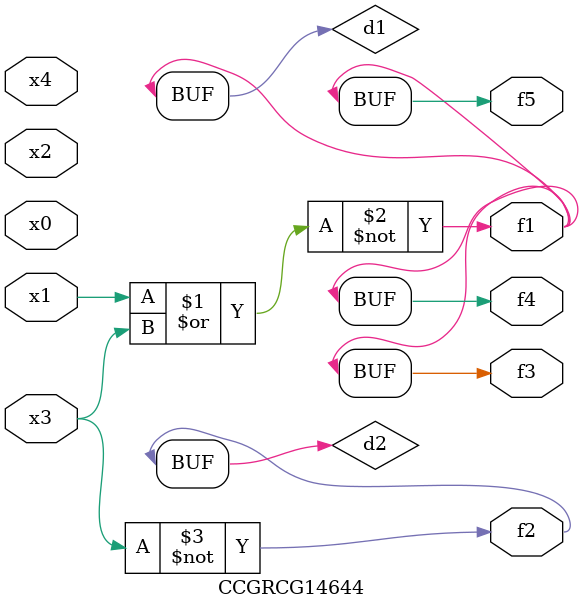
<source format=v>
module CCGRCG14644(
	input x0, x1, x2, x3, x4,
	output f1, f2, f3, f4, f5
);

	wire d1, d2;

	nor (d1, x1, x3);
	not (d2, x3);
	assign f1 = d1;
	assign f2 = d2;
	assign f3 = d1;
	assign f4 = d1;
	assign f5 = d1;
endmodule

</source>
